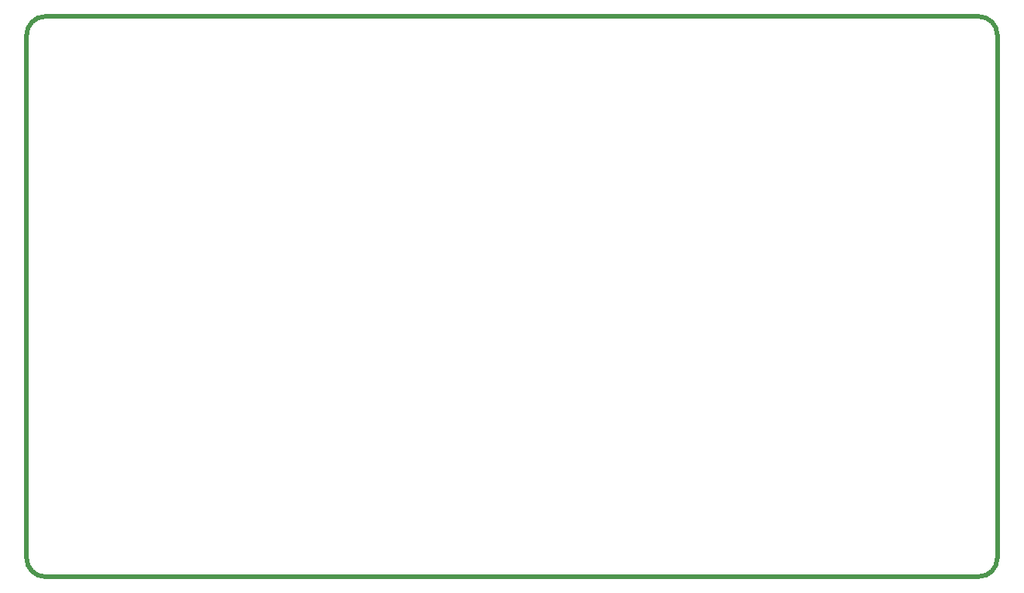
<source format=gbr>
%TF.GenerationSoftware,KiCad,Pcbnew,8.0.8*%
%TF.CreationDate,2025-02-16T23:14:20+09:00*%
%TF.ProjectId,macro,6d616372-6f2e-46b6-9963-61645f706362,rev?*%
%TF.SameCoordinates,Original*%
%TF.FileFunction,Profile,NP*%
%FSLAX46Y46*%
G04 Gerber Fmt 4.6, Leading zero omitted, Abs format (unit mm)*
G04 Created by KiCad (PCBNEW 8.0.8) date 2025-02-16 23:14:20*
%MOMM*%
%LPD*%
G01*
G04 APERTURE LIST*
%TA.AperFunction,Profile*%
%ADD10C,0.500000*%
%TD*%
G04 APERTURE END LIST*
D10*
X32000000Y-39419605D02*
G75*
G02*
X34000000Y-37408800I2005400J5405D01*
G01*
X32000000Y-96584358D02*
X32000000Y-39419605D01*
X138012376Y-96585762D02*
X138012376Y-39414210D01*
X34000017Y-98587207D02*
G75*
G02*
X31999993Y-96584358I1383J2001407D01*
G01*
X34000017Y-98577849D02*
X136012378Y-98585812D01*
X136004284Y-37406069D02*
G75*
G02*
X138012431Y-39414210I16J-2008131D01*
G01*
X136004284Y-37408787D02*
X34000000Y-37408822D01*
X138012376Y-96585762D02*
G75*
G02*
X136012378Y-98585776I-1999976J-38D01*
G01*
M02*

</source>
